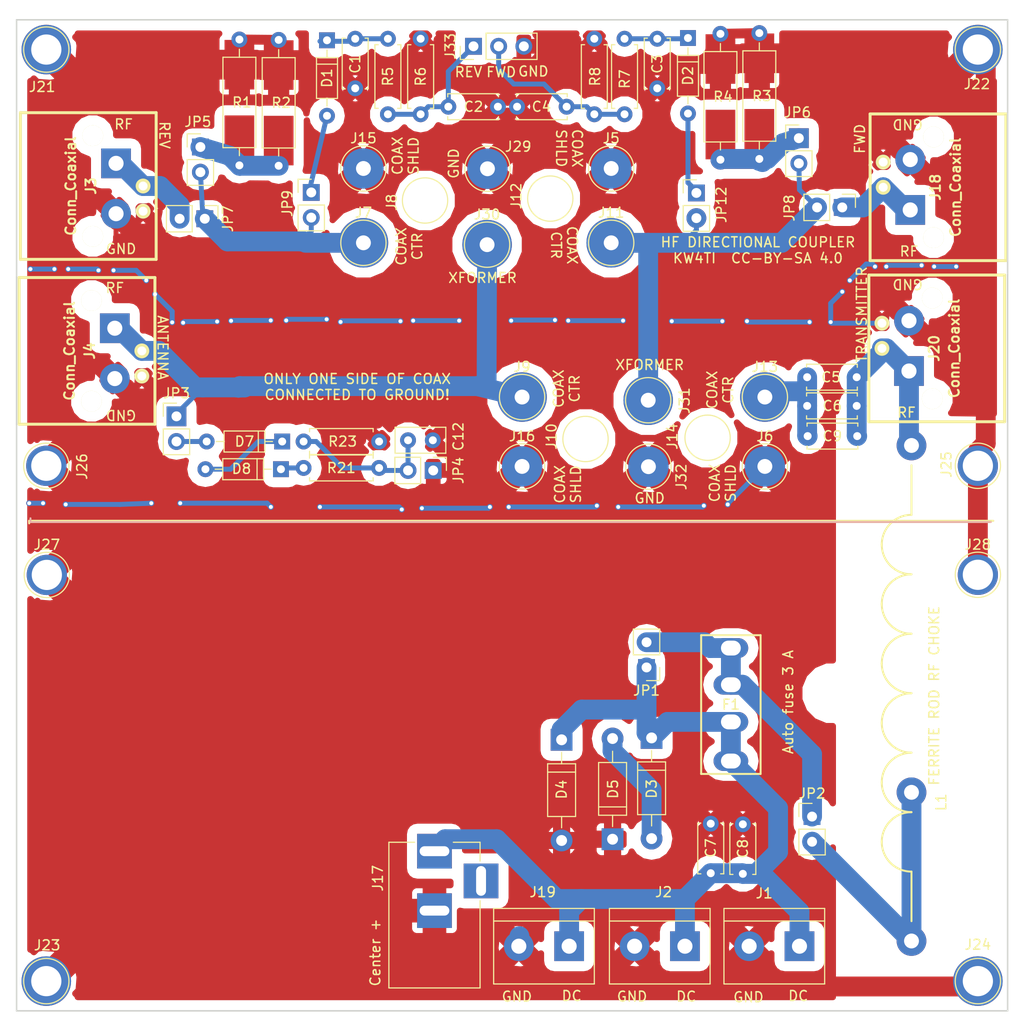
<source format=kicad_pcb>
(kicad_pcb (version 4) (host pcbnew 4.0.7)
  (layers (0 F.Cu signal) (31 B.Cu signal) (34 B.Paste user) (35 F.Paste user) (36 B.SilkS user) (37 F.SilkS user) (38 B.Mask user) (39 F.Mask user) (44 Edge.Cuts user))
  (net 0 "")
  (net 1 GND)
  (net 2 "Net-(J11-Pad1)")
  (net 3 "Net-(C1-Pad1)")
  (net 4 "Net-(C2-Pad1)")
  (net 5 "Net-(C3-Pad1)")
  (net 6 "Net-(C4-Pad1)")
  (net 7 "Net-(D1-Pad2)")
  (net 8 "Net-(D2-Pad2)")
  (net 9 "Net-(C5-Pad1)")
  (net 10 "Net-(C7-Pad1)")
  (net 11 "Net-(D3-Pad2)")
  (net 12 "Net-(C12-Pad1)")
  (net 13 "Net-(D7-Pad2)")
  (net 14 "Net-(D8-Pad1)")
  (net 15 "Net-(D7-Pad1)")
  (net 16 "Net-(JP5-Pad1)")
  (net 17 "Net-(JP6-Pad1)")
  (net 18 "Net-(J3-Pad1)")
  (net 19 "Net-(J30-Pad1)")
  (net 20 "Net-(C5-Pad2)")
  (net 21 "Net-(F1-Pad2)")
  (net 22 "Net-(JP2-Pad2)")
  (net 23 "Net-(J7-Pad1)")
  (net 24 "Net-(J18-Pad1)")
  (module DirectionalCoupler:bnc_90_1-1337543-0_pad_combo (layer F.Cu) (at 40.386 56.769 270)
    (fp_text reference J3 (at 0 -7.112 270) (layer F.SilkS) (effects (font (thickness 0.2))))
    (fp_text value Conn_Coaxial (at 0 -5.08 270) (layer F.SilkS) (effects (font (thickness 0.2))))
    (pad 1 thru_hole circle (at 0 -12.38 270) (size 1.5 1.5) (drill 0.9) (layers *.Cu *.Mask F.SilkS) (net 18 "Net-(J3-Pad1)"))
    (pad 2 thru_hole circle (at 2.54 -12.38 270) (size 1.5 1.5) (drill 0.9) (layers *.Cu *.Mask F.SilkS) (net 1 GND))
    (pad "" np_thru_hole circle (at 5.08 -7.3 270) (size 2.1 2.1) (drill 2.1) (layers *.Cu *.Mask F.SilkS))
    (pad "" np_thru_hole circle (at -5.08 -7.3 270) (size 2.1 2.1) (drill 2.1) (layers *.Cu *.Mask F.SilkS))
    (pad 1 thru_hole rect (at -2.286 -9.652 270) (size 3 3) (drill 1.52) (layers *.Cu *.Mask) (net 18 "Net-(J3-Pad1)"))
    (pad 2 thru_hole circle (at 2.794 -9.652 270) (size 3 3) (drill 1.52) (layers *.Cu *.Mask) (net 1 GND))
  )
  (module Connectors_Terminal_Blocks:TerminalBlock_bornier-2_P5.08mm (layer F.Cu) (at 95.758 133.477 180)
    (fp_text reference J19 (at 2.667 5.461 180) (layer F.SilkS))
    (fp_text value Conn_01x02)
    (pad 1 thru_hole rect (at 0 0 180) (size 3 3) (drill 1.52) (layers *.Cu *.Mask) (net 10 "Net-(C7-Pad1)"))
    (pad 2 thru_hole circle (at 5.08 0 180) (size 3 3) (drill 1.52) (layers *.Cu *.Mask) (net 1 GND))
  )
  (module DirectionalCoupler:R_Axial_DIN0309_L9.0mm_D3.2mm_P12.70mm_Horizontal (layer F.Cu) (at 111.0234 41.4147 270)
    (fp_text reference R4 (at 6.35 -0.254 360) (layer F.SilkS))
    (fp_text value 100R)
    (pad 1 thru_hole circle (at 0 0 270) (size 1.6 1.6) (drill 0.8) (layers *.Cu *.Mask) (net 1 GND))
    (pad 2 thru_hole oval (at 12.7 0 270) (size 1.6 1.6) (drill 0.8) (layers *.Cu *.Mask) (net 17 "Net-(JP6-Pad1)"))
    (pad 1 smd rect (at 2.54 0 270) (size 5 3) (layers F.Cu F.Paste F.Mask) (net 1 GND))
    (pad 2 smd rect (at 10.16 0 270) (size 5 3) (layers F.Cu F.Paste F.Mask) (net 17 "Net-(JP6-Pad1)"))
  )
  (module Connectors:1pin (layer F.Cu) (at 100 55)
    (fp_text reference J5 (at 0 -3.048) (layer F.SilkS))
    (fp_text value Conn_01x01)
    (pad 1 thru_hole circle (at 0 0) (size 4.064 4.064) (drill 1.5) (layers *.Cu *.Mask) (net 1 GND))
  )
  (module Connectors:1pin (layer F.Cu) (at 75 62.5)
    (fp_text reference J7 (at 0 -3.048) (layer F.SilkS))
    (fp_text value Conn_01x01)
    (pad 1 thru_hole circle (at 0 0) (size 5 5) (drill 1.5) (layers *.Cu *.Mask) (net 23 "Net-(J7-Pad1)"))
  )
  (module Connectors:1pin (layer F.Cu) (at 81.2165 58.2295)
    (fp_text reference J8 (at -3.3655 0.1905 90) (layer F.SilkS))
    (fp_text value Conn_01x01)
    (pad "" np_thru_hole circle (at 0 0) (size 4 4) (drill 4) (layers *.Cu *.Mask))
  )
  (module Connectors:1pin (layer F.Cu) (at 91.008 78.064)
    (fp_text reference J9 (at 0 -3.048) (layer F.SilkS))
    (fp_text value Conn_01x01)
    (pad 1 thru_hole circle (at 0 0) (size 5 5) (drill 1.5) (layers *.Cu *.Mask) (net 19 "Net-(J30-Pad1)"))
  )
  (module Connectors:1pin (layer F.Cu) (at 97.409 82.296)
    (fp_text reference J10 (at -3.429 -0.254 90) (layer F.SilkS))
    (fp_text value Conn_01x01)
    (pad "" np_thru_hole circle (at 0 0) (size 4 4) (drill 4) (layers *.Cu *.Mask))
  )
  (module Connectors:1pin (layer F.Cu) (at 100 62.5)
    (fp_text reference J11 (at 0 -3.048) (layer F.SilkS))
    (fp_text value Conn_01x01)
    (pad 1 thru_hole circle (at 0 0) (size 5 5) (drill 1.5) (layers *.Cu *.Mask) (net 2 "Net-(J11-Pad1)"))
  )
  (module Connectors:1pin (layer F.Cu) (at 93.853 58.039)
    (fp_text reference J12 (at -3.429 -0.254 90) (layer F.SilkS))
    (fp_text value Conn_01x01)
    (pad "" np_thru_hole circle (at 0 0) (size 4 4) (drill 4) (layers *.Cu *.Mask))
  )
  (module Connectors:1pin (layer F.Cu) (at 115.508 78.064)
    (fp_text reference J13 (at 0 -3.048) (layer F.SilkS))
    (fp_text value Conn_01x01)
    (pad 1 thru_hole circle (at 0 0) (size 5 5) (drill 1.5) (layers *.Cu *.Mask) (net 9 "Net-(C5-Pad1)"))
  )
  (module Connectors:1pin (layer F.Cu) (at 109.728 82.169)
    (fp_text reference J14 (at -3.556 -0.127 90) (layer F.SilkS))
    (fp_text value Conn_01x01)
    (pad "" np_thru_hole circle (at 0 0) (size 4 4) (drill 4) (layers *.Cu *.Mask))
  )
  (module Connectors:1pin (layer F.Cu) (at 75 55)
    (fp_text reference J15 (at 0 -3.048) (layer F.SilkS))
    (fp_text value Conn_01x01)
    (pad 1 thru_hole circle (at 0 0) (size 4.064 4.064) (drill 1.5) (layers *.Cu *.Mask) (net 1 GND))
  )
  (module Connectors:1pin (layer F.Cu) (at 91.008 85.064)
    (fp_text reference J16 (at 0 -3.048) (layer F.SilkS))
    (fp_text value Conn_01x01)
    (pad 1 thru_hole circle (at 0 0) (size 4.064 4.064) (drill 1.5) (layers *.Cu *.Mask) (net 1 GND))
  )
  (module Connectors:1pin (layer F.Cu) (at 43 43)
    (fp_text reference J21 (at -0.423 3.768) (layer F.SilkS))
    (fp_text value Conn_01x01)
    (pad 1 thru_hole circle (at 0 0) (size 5 5) (drill 3.048) (layers *.Cu *.Mask) (net 1 GND))
  )
  (module Connectors:1pin (layer F.Cu) (at 137 43)
    (fp_text reference J22 (at -0.094 3.482) (layer F.SilkS))
    (fp_text value Conn_01x01)
    (pad 1 thru_hole circle (at 0 0) (size 5 5) (drill 3.048) (layers *.Cu *.Mask) (net 1 GND))
  )
  (module Connectors:1pin (layer F.Cu) (at 43 137)
    (fp_text reference J23 (at 0.085 -3.6185) (layer F.SilkS))
    (fp_text value Conn_01x01)
    (pad 1 thru_hole circle (at 0 0) (size 5 5) (drill 3.048) (layers *.Cu *.Mask) (net 1 GND))
  )
  (module Connectors:1pin (layer F.Cu) (at 137 137)
    (fp_text reference J24 (at 0.001 -3.682) (layer F.SilkS))
    (fp_text value Conn_01x01)
    (pad 1 thru_hole circle (at 0 0) (size 5 5) (drill 3.048) (layers *.Cu *.Mask) (net 1 GND))
  )
  (module Connectors:1pin (layer F.Cu) (at 115.508 85.064)
    (fp_text reference J6 (at 0 -3.048) (layer F.SilkS))
    (fp_text value Conn_01x01)
    (pad 1 thru_hole circle (at 0 0) (size 4.064 4.064) (drill 1.5) (layers *.Cu *.Mask) (net 1 GND))
  )
  (module Connectors:1pin (layer F.Cu) (at 87.5157 55.0291)
    (fp_text reference J29 (at 3.0988 -2.2352) (layer F.SilkS))
    (fp_text value Conn_01x01)
    (pad 1 thru_hole circle (at 0 0) (size 4.064 4.064) (drill 1.5) (layers *.Cu *.Mask) (net 1 GND))
  )
  (module Connectors:1pin (layer F.Cu) (at 87.4776 62.6872)
    (fp_text reference J30 (at 0 -3.048) (layer F.SilkS))
    (fp_text value Conn_01x01)
    (pad 1 thru_hole circle (at 0 0) (size 5 5) (drill 1.5) (layers *.Cu *.Mask) (net 19 "Net-(J30-Pad1)"))
  )
  (module Connectors:1pin (layer F.Cu) (at 103.7336 78.3844)
    (fp_text reference J31 (at 3.66776 0.04318 90) (layer F.SilkS))
    (fp_text value Conn_01x01)
    (pad 1 thru_hole circle (at 0 0) (size 5 5) (drill 1.5) (layers *.Cu *.Mask) (net 2 "Net-(J11-Pad1)"))
  )
  (module Connectors:1pin (layer F.Cu) (at 103.759 85.09)
    (fp_text reference J32 (at 3.32232 1.03124 270) (layer F.SilkS))
    (fp_text value Conn_01x01)
    (pad 1 thru_hole circle (at 0 0) (size 4.064 4.064) (drill 1.5) (layers *.Cu *.Mask) (net 1 GND))
  )
  (module Capacitors_THT:C_Disc_D5.0mm_W2.5mm_P5.00mm (layer F.Cu) (at 74.168 41.91 270)
    (fp_text reference C1 (at 2.54 0 270) (layer F.SilkS))
    (fp_text value "10 nF")
    (pad 1 thru_hole circle (at 0 0 270) (size 1.6 1.6) (drill 0.8) (layers *.Cu *.Mask) (net 3 "Net-(C1-Pad1)"))
    (pad 2 thru_hole circle (at 5 0 270) (size 1.6 1.6) (drill 0.8) (layers *.Cu *.Mask) (net 1 GND))
  )
  (module Capacitors_THT:C_Disc_D5.0mm_W2.5mm_P5.00mm (layer F.Cu) (at 83.566 48.768)
    (fp_text reference C2 (at 2.54 0) (layer F.SilkS))
    (fp_text value "10 nF")
    (pad 1 thru_hole circle (at 0 0) (size 1.6 1.6) (drill 0.8) (layers *.Cu *.Mask) (net 4 "Net-(C2-Pad1)"))
    (pad 2 thru_hole circle (at 5 0) (size 1.6 1.6) (drill 0.8) (layers *.Cu *.Mask) (net 1 GND))
  )
  (module Capacitors_THT:C_Disc_D5.0mm_W2.5mm_P5.00mm (layer F.Cu) (at 104.648 41.91 270)
    (fp_text reference C3 (at 2.54 0 270) (layer F.SilkS))
    (fp_text value "10 nF")
    (pad 1 thru_hole circle (at 0 0 270) (size 1.6 1.6) (drill 0.8) (layers *.Cu *.Mask) (net 5 "Net-(C3-Pad1)"))
    (pad 2 thru_hole circle (at 5 0 270) (size 1.6 1.6) (drill 0.8) (layers *.Cu *.Mask) (net 1 GND))
  )
  (module Capacitors_THT:C_Disc_D5.0mm_W2.5mm_P5.00mm (layer F.Cu) (at 95.504 48.768 180)
    (fp_text reference C4 (at 2.54 0 180) (layer F.SilkS))
    (fp_text value "10 nF")
    (pad 1 thru_hole circle (at 0 0 180) (size 1.6 1.6) (drill 0.8) (layers *.Cu *.Mask) (net 6 "Net-(C4-Pad1)"))
    (pad 2 thru_hole circle (at 5 0 180) (size 1.6 1.6) (drill 0.8) (layers *.Cu *.Mask) (net 1 GND))
  )
  (module Pin_Headers:Pin_Header_Straight_1x03_Pitch2.54mm (layer F.Cu) (at 86.106 42.672 90)
    (fp_text reference J33 (at 0 -2.33 90) (layer F.SilkS))
    (fp_text value Conn_01x03)
    (pad 1 thru_hole rect (at 0 0 90) (size 1.7 1.7) (drill 1) (layers *.Cu *.Mask) (net 4 "Net-(C2-Pad1)"))
    (pad 2 thru_hole oval (at 0 2.54 90) (size 1.7 1.7) (drill 1) (layers *.Cu *.Mask) (net 6 "Net-(C4-Pad1)"))
    (pad 3 thru_hole oval (at 0 5.08 90) (size 1.7 1.7) (drill 1) (layers *.Cu *.Mask) (net 1 GND))
  )
  (module Resistors_THT:R_Axial_DIN0207_L6.3mm_D2.5mm_P7.62mm_Horizontal (layer F.Cu) (at 77.47 49.53 90)
    (fp_text reference R5 (at 3.81 0 90) (layer F.SilkS))
    (fp_text value 10k)
    (pad 1 thru_hole circle (at 0 0 90) (size 1.6 1.6) (drill 0.8) (layers *.Cu *.Mask) (net 4 "Net-(C2-Pad1)"))
    (pad 2 thru_hole oval (at 7.62 0 90) (size 1.6 1.6) (drill 0.8) (layers *.Cu *.Mask) (net 3 "Net-(C1-Pad1)"))
  )
  (module Resistors_THT:R_Axial_DIN0207_L6.3mm_D2.5mm_P7.62mm_Horizontal (layer F.Cu) (at 80.772 41.91 270)
    (fp_text reference R6 (at 3.81 0 270) (layer F.SilkS))
    (fp_text value 10k)
    (pad 1 thru_hole circle (at 0 0 270) (size 1.6 1.6) (drill 0.8) (layers *.Cu *.Mask) (net 1 GND))
    (pad 2 thru_hole oval (at 7.62 0 270) (size 1.6 1.6) (drill 0.8) (layers *.Cu *.Mask) (net 4 "Net-(C2-Pad1)"))
  )
  (module Resistors_THT:R_Axial_DIN0207_L6.3mm_D2.5mm_P7.62mm_Horizontal (layer F.Cu) (at 101.346 49.53 90)
    (fp_text reference R7 (at 3.552 0.02 90) (layer F.SilkS))
    (fp_text value 10k)
    (pad 1 thru_hole circle (at 0 0 90) (size 1.6 1.6) (drill 0.8) (layers *.Cu *.Mask) (net 6 "Net-(C4-Pad1)"))
    (pad 2 thru_hole oval (at 7.62 0 90) (size 1.6 1.6) (drill 0.8) (layers *.Cu *.Mask) (net 5 "Net-(C3-Pad1)"))
  )
  (module Resistors_THT:R_Axial_DIN0207_L6.3mm_D2.5mm_P7.62mm_Horizontal (layer F.Cu) (at 98.298 41.91 270)
    (fp_text reference R8 (at 3.814 -0.076 270) (layer F.SilkS))
    (fp_text value 10k)
    (pad 1 thru_hole circle (at 0 0 270) (size 1.6 1.6) (drill 0.8) (layers *.Cu *.Mask) (net 1 GND))
    (pad 2 thru_hole oval (at 7.62 0 270) (size 1.6 1.6) (drill 0.8) (layers *.Cu *.Mask) (net 6 "Net-(C4-Pad1)"))
  )
  (module Diodes_THT:D_DO-35_SOD27_P7.62mm_Horizontal (layer F.Cu) (at 71.3232 42.0624 270)
    (fp_text reference D1 (at 3.81 0 270) (layer F.SilkS))
    (fp_text value 1N5711)
    (pad 1 thru_hole rect (at 0 0 270) (size 1.6 1.6) (drill 0.8) (layers *.Cu *.Mask) (net 3 "Net-(C1-Pad1)"))
    (pad 2 thru_hole oval (at 7.62 0 270) (size 1.6 1.6) (drill 0.8) (layers *.Cu *.Mask) (net 7 "Net-(D1-Pad2)"))
  )
  (module Diodes_THT:D_DO-35_SOD27_P7.62mm_Horizontal (layer F.Cu) (at 107.7468 41.8338 270)
    (fp_text reference D2 (at 3.81 0 270) (layer F.SilkS))
    (fp_text value 1N5711)
    (pad 1 thru_hole rect (at 0 0 270) (size 1.6 1.6) (drill 0.8) (layers *.Cu *.Mask) (net 5 "Net-(C3-Pad1)"))
    (pad 2 thru_hole oval (at 7.62 0 270) (size 1.6 1.6) (drill 0.8) (layers *.Cu *.Mask) (net 8 "Net-(D2-Pad2)"))
  )
  (module Pin_Headers:Pin_Header_Straight_1x02_Pitch2.54mm (layer F.Cu) (at 58.547 52.832)
    (fp_text reference JP5 (at -0.254 -2.54 180) (layer F.SilkS))
    (fp_text value Jumper_NC_Small)
    (pad 1 thru_hole rect (at 0 0) (size 1.7 1.7) (drill 1) (layers *.Cu *.Mask) (net 16 "Net-(JP5-Pad1)"))
    (pad 2 thru_hole oval (at 0 2.54) (size 1.7 1.7) (drill 1) (layers *.Cu *.Mask) (net 23 "Net-(J7-Pad1)"))
  )
  (module Pin_Headers:Pin_Header_Straight_1x02_Pitch2.54mm (layer F.Cu) (at 118.9355 51.943)
    (fp_text reference JP6 (at -0.127 -2.6035 180) (layer F.SilkS))
    (fp_text value Jumper_NC_Small)
    (pad 1 thru_hole rect (at 0 0) (size 2 2) (drill 1) (layers *.Cu *.Mask) (net 17 "Net-(JP6-Pad1)"))
    (pad 2 thru_hole oval (at 0 2.54) (size 1.7 1.7) (drill 1) (layers *.Cu *.Mask) (net 2 "Net-(J11-Pad1)"))
  )
  (module Pin_Headers:Pin_Header_Straight_1x02_Pitch2.54mm (layer F.Cu) (at 56.134 80.01)
    (fp_text reference JP3 (at 0 -2.33) (layer F.SilkS))
    (fp_text value Jumper_NC_Small)
    (pad 1 thru_hole rect (at 0 0) (size 2 2) (drill 1) (layers *.Cu *.Mask) (net 19 "Net-(J30-Pad1)"))
    (pad 2 thru_hole oval (at 0 2.54) (size 1.7 1.7) (drill 1) (layers *.Cu *.Mask) (net 13 "Net-(D7-Pad2)"))
  )
  (module Pin_Headers:Pin_Header_Straight_1x02_Pitch2.54mm (layer F.Cu) (at 82.042 85.471 270)
    (fp_text reference JP4 (at 0 -2.54 450) (layer F.SilkS))
    (fp_text value Jumper_NC_Small)
    (pad 1 thru_hole rect (at 0 0 270) (size 1.7 1.7) (drill 1) (layers *.Cu *.Mask) (net 1 GND))
    (pad 2 thru_hole oval (at 0 2.54 270) (size 1.7 1.7) (drill 1) (layers *.Cu *.Mask) (net 12 "Net-(C12-Pad1)"))
  )
  (module Resistors_THT:R_Axial_DIN0207_L6.3mm_D2.5mm_P7.62mm_Horizontal (layer F.Cu) (at 76.581 85.217 180)
    (fp_text reference R21 (at 3.81 0 180) (layer F.SilkS))
    (fp_text value 10k)
    (pad 1 thru_hole circle (at 0 0 180) (size 1.6 1.6) (drill 0.8) (layers *.Cu *.Mask) (net 12 "Net-(C12-Pad1)"))
    (pad 2 thru_hole oval (at 7.62 0 180) (size 1.6 1.6) (drill 0.8) (layers *.Cu *.Mask) (net 14 "Net-(D8-Pad1)"))
  )
  (module Diodes_THT:D_DO-35_SOD27_P7.62mm_Horizontal (layer F.Cu) (at 66.802 82.55 180)
    (fp_text reference D7 (at 3.81 0 180) (layer F.SilkS))
    (fp_text value 1N4148)
    (pad 1 thru_hole rect (at 0 0 180) (size 1.6 1.6) (drill 0.8) (layers *.Cu *.Mask) (net 15 "Net-(D7-Pad1)"))
    (pad 2 thru_hole oval (at 7.62 0 180) (size 1.6 1.6) (drill 0.8) (layers *.Cu *.Mask) (net 13 "Net-(D7-Pad2)"))
  )
  (module Diodes_THT:D_DO-35_SOD27_P7.62mm_Horizontal (layer F.Cu) (at 66.675 85.344 180)
    (fp_text reference D8 (at 3.98 0.038999 180) (layer F.SilkS))
    (fp_text value 1N4148)
    (pad 1 thru_hole rect (at 0 0 180) (size 1.6 1.6) (drill 0.8) (layers *.Cu *.Mask) (net 14 "Net-(D8-Pad1)"))
    (pad 2 thru_hole oval (at 7.62 0 180) (size 1.6 1.6) (drill 0.8) (layers *.Cu *.Mask) (net 15 "Net-(D7-Pad1)"))
  )
  (module Capacitors_THT:C_Disc_D5.0mm_W2.5mm_P2.50mm (layer F.Cu) (at 79.502 82.423)
    (fp_text reference C12 (at 5.08 -0.381 90) (layer F.SilkS))
    (fp_text value "10 nF")
    (pad 1 thru_hole circle (at 0 0) (size 1.6 1.6) (drill 0.8) (layers *.Cu *.Mask) (net 12 "Net-(C12-Pad1)"))
    (pad 2 thru_hole circle (at 2.5 0) (size 1.6 1.6) (drill 0.8) (layers *.Cu *.Mask) (net 1 GND))
  )
  (module Resistors_THT:R_Axial_DIN0207_L6.3mm_D2.5mm_P7.62mm_Horizontal (layer F.Cu) (at 76.581 82.55 180)
    (fp_text reference R23 (at 3.683 0 180) (layer F.SilkS))
    (fp_text value 1k)
    (pad 1 thru_hole circle (at 0 0 180) (size 1.6 1.6) (drill 0.8) (layers *.Cu *.Mask) (net 1 GND))
    (pad 2 thru_hole oval (at 7.62 0 180) (size 1.6 1.6) (drill 0.8) (layers *.Cu *.Mask) (net 12 "Net-(C12-Pad1)"))
  )
  (module Pin_Headers:Pin_Header_Straight_1x02_Pitch2.54mm (layer F.Cu) (at 69.7357 57.4167)
    (fp_text reference JP9 (at -2.41554 1.11506 90) (layer F.SilkS))
    (fp_text value Jumper_NC_Small)
    (pad 1 thru_hole rect (at 0 0) (size 1.7 1.7) (drill 1) (layers *.Cu *.Mask) (net 7 "Net-(D1-Pad2)"))
    (pad 2 thru_hole oval (at 0 2.54) (size 1.7 1.7) (drill 1) (layers *.Cu *.Mask) (net 23 "Net-(J7-Pad1)"))
  )
  (module Pin_Headers:Pin_Header_Straight_1x02_Pitch2.54mm (layer F.Cu) (at 108.5977 57.4675)
    (fp_text reference JP12 (at 2.51714 1.19126 90) (layer F.SilkS))
    (fp_text value Jumper_NC_Small)
    (pad 1 thru_hole rect (at 0 0) (size 1.7 1.7) (drill 1) (layers *.Cu *.Mask) (net 8 "Net-(D2-Pad2)"))
    (pad 2 thru_hole oval (at 0 2.54) (size 2 2) (drill 1) (layers *.Cu *.Mask) (net 2 "Net-(J11-Pad1)"))
  )
  (module DirectionalCoupler:R_Axial_DIN0309_L9.0mm_D3.2mm_P12.70mm_Horizontal (layer F.Cu) (at 114.9477 41.3385 270)
    (fp_text reference R3 (at 6.35 -0.254 360) (layer F.SilkS))
    (fp_text value 100R)
    (pad 1 thru_hole circle (at 0 0 270) (size 1.6 1.6) (drill 0.8) (layers *.Cu *.Mask) (net 1 GND))
    (pad 2 thru_hole oval (at 12.7 0 270) (size 1.6 1.6) (drill 0.8) (layers *.Cu *.Mask) (net 17 "Net-(JP6-Pad1)"))
    (pad 1 smd rect (at 2.54 0 270) (size 5 3) (layers F.Cu F.Paste F.Mask) (net 1 GND))
    (pad 2 smd rect (at 10.16 0 270) (size 5 3) (layers F.Cu F.Paste F.Mask) (net 17 "Net-(JP6-Pad1)"))
  )
  (module DirectionalCoupler:R_Axial_DIN0309_L9.0mm_D3.2mm_P12.70mm_Horizontal (layer F.Cu) (at 66.4464 42.0243 270)
    (fp_text reference R2 (at 6.35 -0.254 360) (layer F.SilkS))
    (fp_text value 100R)
    (pad 1 thru_hole circle (at 0 0 270) (size 1.6 1.6) (drill 0.8) (layers *.Cu *.Mask) (net 1 GND))
    (pad 2 thru_hole oval (at 12.7 0 270) (size 1.6 1.6) (drill 0.8) (layers *.Cu *.Mask) (net 16 "Net-(JP5-Pad1)"))
    (pad 1 smd rect (at 2.54 0 270) (size 5 3) (layers F.Cu F.Paste F.Mask) (net 1 GND))
    (pad 2 smd rect (at 10.16 0 270) (size 5 3) (layers F.Cu F.Paste F.Mask) (net 16 "Net-(JP5-Pad1)"))
  )
  (module DirectionalCoupler:R_Axial_DIN0309_L9.0mm_D3.2mm_P12.70mm_Horizontal (layer F.Cu) (at 62.484 41.9862 270)
    (fp_text reference R1 (at 6.35 -0.254 360) (layer F.SilkS))
    (fp_text value 100R)
    (pad 1 thru_hole circle (at 0 0 270) (size 1.6 1.6) (drill 0.8) (layers *.Cu *.Mask) (net 1 GND))
    (pad 2 thru_hole oval (at 12.7 0 270) (size 1.6 1.6) (drill 0.8) (layers *.Cu *.Mask) (net 16 "Net-(JP5-Pad1)"))
    (pad 1 smd rect (at 2.54 0 270) (size 5 3) (layers F.Cu F.Paste F.Mask) (net 1 GND))
    (pad 2 smd rect (at 10.16 0 270) (size 5 3) (layers F.Cu F.Paste F.Mask) (net 16 "Net-(JP5-Pad1)"))
  )
  (module Connectors_Terminal_Blocks:TerminalBlock_bornier-2_P5.08mm (layer F.Cu) (at 118.999 133.477 180)
    (fp_text reference J1 (at 3.556 5.334 180) (layer F.SilkS))
    (fp_text value Conn_01x02)
    (pad 1 thru_hole rect (at 0 0 180) (size 3 3) (drill 1.52) (layers *.Cu *.Mask) (net 10 "Net-(C7-Pad1)"))
    (pad 2 thru_hole circle (at 5.08 0 180) (size 3 3) (drill 1.52) (layers *.Cu *.Mask) (net 1 GND))
  )
  (module Capacitors_THT:C_Disc_D5.0mm_W2.5mm_P5.00mm (layer F.Cu) (at 119.7737 76.0603)
    (fp_text reference C5 (at 2.413 0) (layer F.SilkS))
    (fp_text value "10 nF")
    (pad 1 thru_hole circle (at 0 0) (size 1.6 1.6) (drill 0.8) (layers *.Cu *.Mask) (net 9 "Net-(C5-Pad1)"))
    (pad 2 thru_hole circle (at 5 0) (size 1.6 1.6) (drill 0.8) (layers *.Cu *.Mask) (net 20 "Net-(C5-Pad2)"))
  )
  (module Capacitors_THT:C_Disc_D5.0mm_W2.5mm_P5.00mm (layer F.Cu) (at 119.7737 78.9559)
    (fp_text reference C6 (at 2.54 0) (layer F.SilkS))
    (fp_text value "10 nF")
    (pad 1 thru_hole circle (at 0 0) (size 1.6 1.6) (drill 0.8) (layers *.Cu *.Mask) (net 9 "Net-(C5-Pad1)"))
    (pad 2 thru_hole circle (at 5 0) (size 1.6 1.6) (drill 0.8) (layers *.Cu *.Mask) (net 20 "Net-(C5-Pad2)"))
  )
  (module Capacitors_THT:C_Disc_D5.0mm_W2.5mm_P5.00mm (layer F.Cu) (at 110.0455 126.111 90)
    (fp_text reference C7 (at 2.54 0 90) (layer F.SilkS))
    (fp_text value "10 nF")
    (pad 1 thru_hole circle (at 0 0 90) (size 1.6 1.6) (drill 0.8) (layers *.Cu *.Mask) (net 10 "Net-(C7-Pad1)"))
    (pad 2 thru_hole circle (at 5 0 90) (size 1.6 1.6) (drill 0.8) (layers *.Cu *.Mask) (net 1 GND))
  )
  (module Capacitors_THT:C_Disc_D5.0mm_W2.5mm_P5.00mm (layer F.Cu) (at 113.284 126.1745 90)
    (fp_text reference C8 (at 2.54 0 90) (layer F.SilkS))
    (fp_text value "10 nF")
    (pad 1 thru_hole circle (at 0 0 90) (size 1.6 1.6) (drill 0.8) (layers *.Cu *.Mask) (net 10 "Net-(C7-Pad1)"))
    (pad 2 thru_hole circle (at 5 0 90) (size 1.6 1.6) (drill 0.8) (layers *.Cu *.Mask) (net 1 GND))
  )
  (module Connectors_Terminal_Blocks:TerminalBlock_bornier-2_P5.08mm (layer F.Cu) (at 107.442 133.477 180)
    (fp_text reference J2 (at 2.159 5.461 180) (layer F.SilkS))
    (fp_text value Conn_01x02)
    (pad 1 thru_hole rect (at 0 0 180) (size 3 3) (drill 1.52) (layers *.Cu *.Mask) (net 10 "Net-(C7-Pad1)"))
    (pad 2 thru_hole circle (at 5.08 0 180) (size 3 3) (drill 1.52) (layers *.Cu *.Mask) (net 1 GND))
  )
  (module Pin_Headers:Pin_Header_Straight_1x02_Pitch2.54mm (layer F.Cu) (at 103.5685 105.3465 180)
    (fp_text reference JP1 (at 0 -2.33 180) (layer F.SilkS))
    (fp_text value Jumper_NC_Small)
    (pad 1 thru_hole rect (at 0 0 180) (size 1.7 1.7) (drill 1) (layers *.Cu *.Mask) (net 10 "Net-(C7-Pad1)"))
    (pad 2 thru_hole oval (at 0 2.54 180) (size 1.7 1.7) (drill 1) (layers *.Cu *.Mask) (net 21 "Net-(F1-Pad2)"))
  )
  (module Diodes_THT:D_DO-41_SOD81_P10.16mm_Horizontal (layer F.Cu) (at 104.0765 112.4585 270)
    (fp_text reference D3 (at 5.1435 0 270) (layer F.SilkS))
    (fp_text value D_Zener)
    (pad 1 thru_hole rect (at 0 0 270) (size 2.2 2.2) (drill 1.1) (layers *.Cu *.Mask) (net 10 "Net-(C7-Pad1)"))
    (pad 2 thru_hole oval (at 10.16 0 270) (size 2.2 2.2) (drill 1.1) (layers *.Cu *.Mask) (net 11 "Net-(D3-Pad2)"))
  )
  (module Diodes_THT:D_DO-41_SOD81_P10.16mm_Horizontal (layer F.Cu) (at 94.996 112.649 270)
    (fp_text reference D4 (at 5.0165 0 270) (layer F.SilkS))
    (fp_text value 1N4004)
    (pad 1 thru_hole rect (at 0 0 270) (size 2.2 2.2) (drill 1.1) (layers *.Cu *.Mask) (net 10 "Net-(C7-Pad1)"))
    (pad 2 thru_hole oval (at 10.16 0 270) (size 2.2 2.2) (drill 1.1) (layers *.Cu *.Mask) (net 1 GND))
  )
  (module Diodes_THT:D_DO-41_SOD81_P10.16mm_Horizontal (layer F.Cu) (at 100.1395 122.682 90)
    (fp_text reference D5 (at 5.0595 0.038999 90) (layer F.SilkS))
    (fp_text value 1N4004)
    (pad 1 thru_hole rect (at 0 0 90) (size 2.2 2.2) (drill 1.1) (layers *.Cu *.Mask) (net 1 GND))
    (pad 2 thru_hole oval (at 10.16 0 90) (size 2.2 2.2) (drill 1.1) (layers *.Cu *.Mask) (net 11 "Net-(D3-Pad2)"))
  )
  (module DirectionalCoupler:SL506Pfuseholder (layer F.Cu) (at 112.0775 109.093 270)
    (fp_text reference F1 (at 0 0 360) (layer F.SilkS))
    (fp_text value "Keystone 3544-2 / SL-506P")
    (pad 1 thru_hole oval (at 1.75 0 270) (size 2 3.5) (drill oval 1.5 2) (layers *.Cu *.Mask) (net 10 "Net-(C7-Pad1)"))
    (pad 1 thru_hole oval (at 5.7 0 270) (size 2 3.5) (drill oval 1.5 2) (layers *.Cu *.Mask) (net 10 "Net-(C7-Pad1)"))
    (pad 2 thru_hole oval (at -2 0 270) (size 2 3.5) (drill oval 1.5 2) (layers *.Cu *.Mask) (net 21 "Net-(F1-Pad2)"))
    (pad 2 thru_hole oval (at -5.7 0 270) (size 2 3.5) (drill oval 1.5 2) (layers *.Cu *.Mask) (net 21 "Net-(F1-Pad2)"))
  )
  (module Connectors:BARREL_JACK (layer F.Cu) (at 82.169 123.8885 90)
    (fp_text reference J17 (at -2.7305 -5.715 270) (layer F.SilkS))
    (fp_text value Barrel_Jack)
    (pad 1 thru_hole rect (at 0 0 90) (size 3.5 3.5) (drill oval 1 3) (layers *.Cu *.Mask) (net 10 "Net-(C7-Pad1)"))
    (pad 2 thru_hole rect (at -6 0 90) (size 3.5 3.5) (drill oval 1 3) (layers *.Cu *.Mask) (net 1 GND))
    (pad 3 thru_hole rect (at -3 4.7 90) (size 3.5 3.5) (drill oval 3 1) (layers *.Cu *.Mask))
  )
  (module Pin_Headers:Pin_Header_Straight_1x02_Pitch2.54mm (layer F.Cu) (at 120.269 120.396)
    (fp_text reference JP2 (at 0 -2.33) (layer F.SilkS))
    (fp_text value Jumper_NC_Small)
    (pad 1 thru_hole rect (at 0 0) (size 1.7 1.7) (drill 1) (layers *.Cu *.Mask) (net 21 "Net-(F1-Pad2)"))
    (pad 2 thru_hole oval (at 0 2.54) (size 1.7 1.7) (drill 1) (layers *.Cu *.Mask) (net 22 "Net-(JP2-Pad2)"))
  )
  (module DirectionalCoupler:BigRFChokeInductor (layer F.Cu) (at 130.302 107.95 90)
    (fp_text reference L1 (at -11 3 90) (layer F.SilkS))
    (fp_text value L)
    (pad 1 thru_hole circle (at -10 0 90) (size 3 3) (drill 1.5) (layers *.Cu *.Mask) (net 22 "Net-(JP2-Pad2)"))
    (pad 1 thru_hole circle (at -25 0 90) (size 3 3) (drill 1.5) (layers *.Cu *.Mask) (net 22 "Net-(JP2-Pad2)"))
    (pad 2 thru_hole circle (at 25 0 90) (size 3 3) (drill 1.5) (layers *.Cu *.Mask) (net 20 "Net-(C5-Pad2)"))
    (pad "" np_thru_hole circle (at 0 -8 90) (size 4 4) (drill 4) (layers *.Cu *.Mask))
    (pad "" np_thru_hole circle (at 0 6 90) (size 4 4) (drill 4) (layers *.Cu *.Mask))
  )
  (module DirectionalCoupler:bnc_90_1-1337543-0_pad_combo (layer F.Cu) (at 40.259 73.406 270)
    (fp_text reference J4 (at 0 -7.112 270) (layer F.SilkS) (effects (font (thickness 0.2))))
    (fp_text value Conn_Coaxial (at 0 -5.08 270) (layer F.SilkS) (effects (font (thickness 0.2))))
    (pad 1 thru_hole circle (at 0 -12.38 270) (size 1.5 1.5) (drill 0.9) (layers *.Cu *.Mask F.SilkS) (net 19 "Net-(J30-Pad1)"))
    (pad 2 thru_hole circle (at 2.54 -12.38 270) (size 1.5 1.5) (drill 0.9) (layers *.Cu *.Mask F.SilkS) (net 1 GND))
    (pad "" np_thru_hole circle (at 5.08 -7.3 270) (size 2.1 2.1) (drill 2.1) (layers *.Cu *.Mask F.SilkS))
    (pad "" np_thru_hole circle (at -5.08 -7.3 270) (size 2.1 2.1) (drill 2.1) (layers *.Cu *.Mask F.SilkS))
    (pad 1 thru_hole rect (at -2.286 -9.652 270) (size 3 3) (drill 1.52) (layers *.Cu *.Mask) (net 19 "Net-(J30-Pad1)"))
    (pad 2 thru_hole circle (at 2.794 -9.652 270) (size 3 3) (drill 1.52) (layers *.Cu *.Mask) (net 1 GND))
  )
  (module DirectionalCoupler:bnc_90_1-1337543-0_pad_combo (layer F.Cu) (at 139.827 56.896 90)
    (fp_text reference J18 (at 0 -7.112 90) (layer F.SilkS) (effects (font (thickness 0.2))))
    (fp_text value Conn_Coaxial (at 0 -5.08 90) (layer F.SilkS) (effects (font (thickness 0.2))))
    (pad 1 thru_hole circle (at 0 -12.38 90) (size 1.5 1.5) (drill 0.9) (layers *.Cu *.Mask F.SilkS) (net 24 "Net-(J18-Pad1)"))
    (pad 2 thru_hole circle (at 2.54 -12.38 90) (size 1.5 1.5) (drill 0.9) (layers *.Cu *.Mask F.SilkS) (net 1 GND))
    (pad "" np_thru_hole circle (at 5.08 -7.3 90) (size 2.1 2.1) (drill 2.1) (layers *.Cu *.Mask F.SilkS))
    (pad "" np_thru_hole circle (at -5.08 -7.3 90) (size 2.1 2.1) (drill 2.1) (layers *.Cu *.Mask F.SilkS))
    (pad 1 thru_hole rect (at -2.286 -9.652 90) (size 3 3) (drill 1.52) (layers *.Cu *.Mask) (net 24 "Net-(J18-Pad1)"))
    (pad 2 thru_hole circle (at 2.794 -9.652 90) (size 3 3) (drill 1.52) (layers *.Cu *.Mask) (net 1 GND))
  )
  (module DirectionalCoupler:bnc_90_1-1337543-0_pad_combo (layer F.Cu) (at 139.7 73.152 90)
    (fp_text reference J20 (at 0 -7.112 90) (layer F.SilkS) (effects (font (thickness 0.2))))
    (fp_text value Conn_Coaxial (at 0 -5.08 90) (layer F.SilkS) (effects (font (thickness 0.2))))
    (pad 1 thru_hole circle (at 0 -12.38 90) (size 1.5 1.5) (drill 0.9) (layers *.Cu *.Mask F.SilkS) (net 20 "Net-(C5-Pad2)"))
    (pad 2 thru_hole circle (at 2.54 -12.38 90) (size 1.5 1.5) (drill 0.9) (layers *.Cu *.Mask F.SilkS) (net 1 GND))
    (pad "" np_thru_hole circle (at 5.08 -7.3 90) (size 2.1 2.1) (drill 2.1) (layers *.Cu *.Mask F.SilkS))
    (pad "" np_thru_hole circle (at -5.08 -7.3 90) (size 2.1 2.1) (drill 2.1) (layers *.Cu *.Mask F.SilkS))
    (pad 1 thru_hole rect (at -2.286 -9.652 90) (size 3 3) (drill 1.52) (layers *.Cu *.Mask) (net 20 "Net-(C5-Pad2)"))
    (pad 2 thru_hole circle (at 2.794 -9.652 90) (size 3 3) (drill 1.52) (layers *.Cu *.Mask) (net 1 GND))
  )
  (module Connectors:1pin (layer F.Cu) (at 137 85)
    (fp_text reference J25 (at -3.175 -0.127 90) (layer F.SilkS))
    (fp_text value Conn_01x01)
    (pad 1 thru_hole circle (at 0 0) (size 4.064 4.064) (drill 3.048) (layers *.Cu *.Mask) (net 1 GND))
  )
  (module Connectors:1pin (layer F.Cu) (at 43 85)
    (fp_text reference J26 (at 3.609 0.074 90) (layer F.SilkS))
    (fp_text value Conn_01x01)
    (pad 1 thru_hole circle (at 0 0) (size 4.064 4.064) (drill 3.048) (layers *.Cu *.Mask) (net 1 GND))
  )
  (module Connectors:1pin (layer F.Cu) (at 43.053 96.012)
    (fp_text reference J27 (at 0 -3.048) (layer F.SilkS))
    (fp_text value Conn_01x01)
    (pad 1 thru_hole circle (at 0 0) (size 4.064 4.064) (drill 3.048) (layers *.Cu *.Mask) (net 1 GND))
  )
  (module Connectors:1pin (layer F.Cu) (at 137 96)
    (fp_text reference J28 (at 0 -3.048) (layer F.SilkS))
    (fp_text value Conn_01x01)
    (pad 1 thru_hole circle (at 0 0) (size 4.064 4.064) (drill 3.048) (layers *.Cu *.Mask) (net 1 GND))
  )
  (module Pin_Headers:Pin_Header_Straight_1x02_Pitch2.54mm (layer F.Cu) (at 58.9915 60.071 270)
    (fp_text reference JP7 (at 0 -2.33 270) (layer F.SilkS))
    (fp_text value Jumper_NC_Small)
    (pad 1 thru_hole rect (at 0 0 270) (size 1.7 1.7) (drill 1) (layers *.Cu *.Mask) (net 23 "Net-(J7-Pad1)"))
    (pad 2 thru_hole oval (at 0 2.54 270) (size 1.7 1.7) (drill 1) (layers *.Cu *.Mask) (net 18 "Net-(J3-Pad1)"))
  )
  (module Pin_Headers:Pin_Header_Straight_1x02_Pitch2.54mm (layer F.Cu) (at 123.317 58.928 270)
    (fp_text reference JP8 (at 0.0635 5.334 270) (layer F.SilkS))
    (fp_text value Jumper_NC_Small)
    (pad 1 thru_hole rect (at 0 0 270) (size 1.7 1.7) (drill 1) (layers *.Cu *.Mask) (net 24 "Net-(J18-Pad1)"))
    (pad 2 thru_hole oval (at 0 2.54 270) (size 1.7 1.7) (drill 1) (layers *.Cu *.Mask) (net 2 "Net-(J11-Pad1)"))
  )
  (module Capacitors_THT:C_Disc_D5.0mm_W2.5mm_P5.00mm (layer F.Cu) (at 119.8245 82.0039)
    (fp_text reference C9 (at 2.4941 0.000899) (layer F.SilkS))
    (fp_text value "10 nF")
    (pad 1 thru_hole circle (at 0 0) (size 1.6 1.6) (drill 0.8) (layers *.Cu *.Mask) (net 9 "Net-(C5-Pad1)"))
    (pad 2 thru_hole circle (at 5 0) (size 1.6 1.6) (drill 0.8) (layers *.Cu *.Mask) (net 20 "Net-(C5-Pad2)"))
  )
  (gr_text REV (at 54.9275 51.6255 270) (layer F.SilkS) (effects (font (size 1 1))))
  (gr_text FWD (at 125.095 52.0065 90) (layer F.SilkS) (effects (font (size 1 1))))
  (gr_text ANTENNA (at 54.737 73.0885 270) (layer F.SilkS) (effects (font (size 1 1))))
  (gr_text TRANSMITTER (at 125.2855 69.723 90) (layer F.SilkS) (effects (font (size 1 1))))
  (gr_line (start 41.402 90.678) (end 41.402 90.297) (angle 90) (layer B.SilkS) (width 0.2))
  (gr_line (start 138.303 90.678) (end 41.402 90.678) (angle 90) (layer B.SilkS) (width 0.2))
  (gr_line (start 41.275 90.551) (end 41.275 90.805) (angle 90) (layer F.SilkS) (width 0.2))
  (gr_line (start 138.557 90.551) (end 41.275 90.551) (angle 90) (layer F.SilkS) (width 0.2))
  (gr_text DC (at 96.012 138.4935) (layer F.SilkS) (effects (font (size 1 1))))
  (gr_text GND (at 90.4875 138.557) (layer F.SilkS) (effects (font (size 1 1))))
  (gr_text "Center +" (at 76.2 134.112 90) (layer F.SilkS) (effects (font (size 1 1))))
  (gr_text "Auto fuse 3 A" (at 117.856 108.839 90) (layer F.SilkS) (effects (font (size 1 1))))
  (gr_text GND (at 113.8555 138.6205) (layer F.SilkS) (effects (font (size 1 1))))
  (gr_text DC (at 107.569 138.557) (layer F.SilkS) (effects (font (size 1 1))))
  (gr_text GND (at 102.108 138.557) (layer F.SilkS) (effects (font (size 1 1))))
  (gr_text "FERRITE ROD RF CHOKE" (at 132.588 108.204 90) (layer F.SilkS) (effects (font (size 1 1))))
  (gr_text DC (at 118.872 138.4935) (layer F.SilkS) (effects (font (size 1 1))))
  (gr_text REV (at 85.598 45.2755) (layer F.SilkS) (effects (font (size 1 1))))
  (gr_text FWD (at 88.9 45.2755) (layer F.SilkS) (effects (font (size 1 1))))
  (gr_text GND (at 92.14612 45.20692) (layer F.SilkS) (effects (font (size 1 1))))
  (gr_text "HF DIRECTIONAL COUPLER\nKW4TI  CC-BY-SA 4.0" (at 114.808 63.246) (layer F.SilkS) (effects (font (size 1 1))))
  (gr_text GND (at 50.546 63.119) (layer F.SilkS) (effects (font (size 1 1))))
  (gr_text GND (at 50.546 79.883 180) (layer F.SilkS) (effects (font (size 1 1))))
  (gr_text GND (at 129.921 66.675 180) (layer F.SilkS) (effects (font (size 1 1))))
  (gr_text GND (at 129.921 50.546 180) (layer F.SilkS) (effects (font (size 1 1))))
  (gr_text RF (at 130.048 63.373) (layer F.SilkS) (effects (font (size 1 1))))
  (gr_text RF (at 129.794 79.629) (layer F.SilkS) (effects (font (size 1 1))))
  (gr_text RF (at 49.911 67.056) (layer F.SilkS) (effects (font (size 1 1))))
  (gr_text RF (at 50.8 50.546) (layer F.SilkS) (effects (font (size 1 1))))
  (gr_text "ONLY ONE SIDE OF COAX\nCONNECTED TO GROUND!" (at 74.3712 77.0382) (layer F.SilkS) (effects (font (size 1 1))))
  (gr_text XFORMER (at 87.0204 66.04) (layer F.SilkS) (effects (font (size 1 1))))
  (gr_text "COAX\nSHLD" (at 111.252 86.741 90) (layer F.SilkS) (effects (font (size 1 1))))
  (gr_text "COAX\nCTR" (at 110.998 77.343 90) (layer F.SilkS) (effects (font (size 1 1))))
  (gr_text "COAX\nSHLD" (at 95.631 86.868 90) (layer F.SilkS) (effects (font (size 1 1))))
  (gr_text "COAX\nCTR" (at 95.504 77.216 90) (layer F.SilkS) (effects (font (size 1 1))))
  (gr_text "COAX\nCTR" (at 95.25 62.738 270) (layer F.SilkS) (effects (font (size 1 1))))
  (gr_text "COAX\nSHLD" (at 95.758 52.959 270) (layer F.SilkS) (effects (font (size 1 1))))
  (gr_text "COAX\nSHLD" (at 79.248 53.721 90) (layer F.SilkS) (effects (font (size 1 1))))
  (gr_text "COAX\nCTR" (at 79.629 62.865 90) (layer F.SilkS) (effects (font (size 1 1))))
  (gr_text XFORMER (at 103.886 74.8284) (layer F.SilkS) (effects (font (size 1 1))))
  (gr_text GND (at 84.1121 54.4957 90) (layer F.SilkS) (effects (font (size 1 1))))
  (gr_text GND (at 103.886 88.265) (layer F.SilkS) (effects (font (size 1 1))))
  (gr_line (start 40 140) (end 40 40) (angle 90) (layer Edge.Cuts) (width 0.15))
  (gr_line (start 140 140) (end 40 140) (angle 90) (layer Edge.Cuts) (width 0.15))
  (gr_line (start 140 40) (end 140 140) (angle 90) (layer Edge.Cuts) (width 0.15))
  (gr_line (start 40 40) (end 140 40) (angle 90) (layer Edge.Cuts) (width 0.15))
  (segment (start 111.76 88.9) (end 111.76 88.812) (width 0.5) (layer B.Cu) (net 1))
  (segment (start 111.76 88.812) (end 115.508 85.064) (width 0.5) (layer B.Cu) (net 1))
  (segment (start 137 96) (end 137 95.283) (width 2) (layer F.Cu) (net 1))
  (segment (start 137 95.283) (end 137 85) (width 2) (layer F.Cu) (net 1))
  (segment (start 137 85) (end 137 83.5355) (width 2) (layer F.Cu) (net 1))
  (segment (start 137 83.5355) (end 137.795 82.7405) (width 2) (layer F.Cu) (net 1))
  (segment (start 137.795 82.7405) (end 137.795 43.795) (width 2) (layer F.Cu) (net 1))
  (segment (start 137.795 43.795) (end 137 43) (width 2) (layer F.Cu) (net 1))
  (segment (start 113.919 133.477) (end 113.919 136.5885) (width 2) (layer F.Cu) (net 1))
  (segment (start 114.8715 137.541) (end 136.459 137.541) (width 2) (layer F.Cu) (net 1))
  (segment (start 113.919 136.5885) (end 114.8715 137.541) (width 2) (layer F.Cu) (net 1))
  (segment (start 136.459 137.541) (end 137 137) (width 2) (layer F.Cu) (net 1))
  (segment (start 49.784 65.278) (end 49.784 64.77) (width 0.5) (layer F.Cu) (net 1))
  (segment (start 50.038 64.516) (end 50.038 59.563) (width 0.5) (layer F.Cu) (net 1))
  (segment (start 49.784 64.77) (end 50.038 64.516) (width 0.5) (layer F.Cu) (net 1))
  (segment (start 55.7022 70.5231) (end 55.7022 69.4182) (width 0.5) (layer B.Cu) (net 1))
  (via (at 55.7022 70.5231) (size 0.6) (drill 0.4) (layers F.Cu B.Cu) (net 1))
  (segment (start 55.7022 70.5231) (end 55.7403 70.5612) (width 0.5) (layer F.Cu) (net 1))
  (segment (start 55.7403 70.5612) (end 56.8071 70.5612) (width 0.5) (layer F.Cu) (net 1))
  (via (at 56.8071 70.5612) (size 0.6) (drill 0.4) (layers F.Cu B.Cu) (net 1))
  (segment (start 56.8071 70.5612) (end 56.9214 70.4469) (width 0.5) (layer B.Cu) (net 1))
  (segment (start 56.9214 70.4469) (end 60.2361 70.4469) (width 0.5) (layer B.Cu) (net 1))
  (via (at 60.2361 70.4469) (size 0.6) (drill 0.4) (layers F.Cu B.Cu) (net 1))
  (segment (start 60.2361 70.4469) (end 60.3123 70.3707) (width 0.5) (layer F.Cu) (net 1))
  (segment (start 60.3123 70.3707) (end 61.6458 70.3707) (width 0.5) (layer F.Cu) (net 1))
  (via (at 61.6458 70.3707) (size 0.6) (drill 0.4) (layers F.Cu B.Cu) (net 1))
  (segment (start 61.6458 70.3707) (end 61.6839 70.3326) (width 0.5) (layer B.Cu) (net 1))
  (segment (start 61.6839 70.3326) (end 65.6463 70.3326) (width 0.5) (layer B.Cu) (net 1))
  (via (at 65.6463 70.3326) (size 0.6) (drill 0.4) (layers F.Cu B.Cu) (net 1))
  (segment (start 65.6463 70.3326) (end 67.2084 70.3326) (width 0.5) (layer F.Cu) (net 1))
  (via (at 67.2084 70.3326) (size 0.6) (drill 0.4) (layers F.Cu B.Cu) (net 1))
  (segment (start 67.2084 70.3326) (end 67.3227 70.2183) (width 0.5) (layer B.Cu) (net 1))
  (segment (start 67.3227 70.2183) (end 71.2851 70.2183) (width 0.5) (layer B.Cu) (net 1))
  (via (at 71.2851 70.2183) (size 0.6) (drill 0.4) (layers F.Cu B.Cu) (net 1))
  (segment (start 71.2851 70.2183) (end 71.5518 70.485) (width 0.5) (layer F.Cu) (net 1))
  (segment (start 71.5518 70.485) (end 72.6948 70.485) (width 0.5) (layer F.Cu) (net 1))
  (via (at 72.6948 70.485) (size 0.6) (drill 0.4) (layers F.Cu B.Cu) (net 1))
  (segment (start 72.6948 70.485) (end 72.8091 70.3707) (width 0.5) (layer B.Cu) (net 1))
  (segment (start 72.8091 70.3707) (end 78.69682 70.3707) (width 0.5) (layer B.Cu) (net 1))
  (segment (start 78.69682 70.3707) (end 78.73492 70.4088) (width 0.5) (layer B.Cu) (net 1))
  (via (at 78.73492 70.4088) (size 0.6) (drill 0.4) (layers F.Cu B.Cu) (net 1))
  (segment (start 78.73492 70.4088) (end 78.7908 70.35292) (width 0.5) (layer F.Cu) (net 1))
  (segment (start 78.7908 70.35292) (end 80.02016 70.35292) (width 0.5) (layer F.Cu) (net 1))
  (via (at 80.02016 70.35292) (size 0.6) (drill 0.4) (layers F.Cu B.Cu) (net 1))
  (segment (start 80.02016 70.35292) (end 84.6582 70.35292) (width 0.5) (layer B.Cu) (net 1))
  (via (at 84.6582 70.35292) (size 0.6) (drill 0.4) (layers F.Cu B.Cu) (net 1))
  (segment (start 84.6582 70.35292) (end 89.91092 70.35292) (width 0.5) (layer F.Cu) (net 1))
  (via (at 89.91092 70.35292) (size 0.6) (drill 0.4) (layers F.Cu B.Cu) (net 1))
  (segment (start 89.91092 70.35292) (end 89.9668 70.29704) (width 0.5) (layer B.Cu) (net 1))
  (segment (start 89.9668 70.29704) (end 94.32544 70.29704) (width 0.5) (layer B.Cu) (net 1))
  (via (at 94.32544 70.29704) (size 0.6) (drill 0.4) (layers F.Cu B.Cu) (net 1))
  (segment (start 94.32544 70.29704) (end 94.38132 70.35292) (width 0.5) (layer F.Cu) (net 1))
  (segment (start 94.38132 70.35292) (end 95.66656 70.35292) (width 0.5) (layer F.Cu) (net 1))
  (via (at 95.66656 70.35292) (size 0.6) (drill 0.4) (layers F.Cu B.Cu) (net 1))
  (segment (start 95.66656 70.35292) (end 101.19868 70.35292) (width 0.5) (layer B.Cu) (net 1))
  (via (at 101.19868 70.35292) (size 0.6) (drill 0.4) (layers F.Cu B.Cu) (net 1))
  (segment (start 101.19868 70.35292) (end 101.25456 70.4088) (width 0.5) (layer F.Cu) (net 1))
  (segment (start 101.25456 70.4088) (end 106.11612 70.4088) (width 0.5) (layer F.Cu) (net 1))
  (via (at 106.11612 70.4088) (size 0.6) (drill 0.4) (layers F.Cu B.Cu) (net 1))
  (segment (start 106.11612 70.4088) (end 111.2139 70.4088) (width 0.5) (layer B.Cu) (net 1))
  (via (at 111.2139 70.4088) (size 0.6) (drill 0.4) (layers F.Cu B.Cu) (net 1))
  (segment (start 111.2139 70.4088) (end 113.7031 70.4088) (width 0.5) (layer F.Cu) (net 1))
  (via (at 113.7031 70.4088) (size 0.6) (drill 0.4) (layers F.Cu B.Cu) (net 1))
  (segment (start 113.7031 70.4088) (end 113.792 70.4977) (width 0.5) (layer B.Cu) (net 1))
  (segment (start 113.792 70.4977) (end 120.015 70.4977) (width 0.5) (layer B.Cu) (net 1))
  (via (at 120.015 70.4977) (size 0.6) (drill 0.4) (layers F.Cu B.Cu) (net 1))
  (segment (start 122.1486 70.4977) (end 120.015 70.4977) (width 0.5) (layer F.Cu) (net 1))
  (via (at 122.1486 70.4977) (size 0.6) (drill 0.4) (layers F.Cu B.Cu) (net 1))
  (via (at 41.402 65.151) (size 0.6) (drill 0.4) (layers F.Cu B.Cu) (net 1))
  (segment (start 43.815 65.151) (end 41.402 65.151) (width 0.5) (layer B.Cu) (net 1))
  (via (at 43.815 65.151) (size 0.6) (drill 0.4) (layers F.Cu B.Cu) (net 1))
  (segment (start 45.212 65.151) (end 43.815 65.151) (width 0.5) (layer F.Cu) (net 1))
  (via (at 45.212 65.151) (size 0.6) (drill 0.4) (layers F.Cu B.Cu) (net 1))
  (segment (start 48.133 65.151) (end 45.212 65.151) (width 0.5) (layer B.Cu) (net 1))
  (segment (start 48.26 65.278) (end 48.133 65.151) (width 0.5) (layer B.Cu) (net 1))
  (via (at 48.26 65.278) (size 0.6) (drill 0.4) (layers F.Cu B.Cu) (net 1))
  (segment (start 49.784 65.278) (end 48.26 65.278) (width 0.5) (layer F.Cu) (net 1))
  (via (at 49.784 65.278) (size 0.6) (drill 0.4) (layers F.Cu B.Cu) (net 1))
  (segment (start 52.07 65.278) (end 49.784 65.278) (width 0.5) (layer B.Cu) (net 1))
  (segment (start 53.086 66.294) (end 52.07 65.278) (width 0.5) (layer B.Cu) (net 1))
  (via (at 53.086 66.294) (size 0.6) (drill 0.4) (layers F.Cu B.Cu) (net 1))
  (segment (start 53.086 66.802) (end 53.086 66.294) (width 0.5) (layer F.Cu) (net 1))
  (segment (start 53.975 67.691) (end 53.086 66.802) (width 0.5) (layer F.Cu) (net 1))
  (via (at 53.975 67.691) (size 0.6) (drill 0.4) (layers F.Cu B.Cu) (net 1))
  (segment (start 55.7022 69.4182) (end 53.975 67.691) (width 0.5) (layer B.Cu) (net 1))
  (segment (start 122.1486 70.4977) (end 122.1486 68.6054) (width 0.5) (layer B.Cu) (net 1))
  (via (at 134.8105 64.897) (size 0.6) (drill 0.4) (layers F.Cu B.Cu) (net 1))
  (segment (start 132.588 64.897) (end 134.8105 64.897) (width 0.5) (layer B.Cu) (net 1))
  (via (at 132.588 64.897) (size 0.6) (drill 0.4) (layers F.Cu B.Cu) (net 1))
  (segment (start 131.445 64.897) (end 132.588 64.897) (width 0.5) (layer F.Cu) (net 1))
  (segment (start 131.318 64.77) (end 131.445 64.897) (width 0.5) (layer F.Cu) (net 1))
  (via (at 131.318 64.77) (size 0.6) (drill 0.4) (layers F.Cu B.Cu) (net 1))
  (segment (start 127.889 64.77) (end 131.318 64.77) (width 0.5) (layer B.Cu) (net 1))
  (segment (start 127.762 64.897) (end 127.889 64.77) (width 0.5) (layer B.Cu) (net 1))
  (via (at 127.762 64.897) (size 0.6) (drill 0.4) (layers F.Cu B.Cu) (net 1))
  (segment (start 126.619 64.897) (end 127.762 64.897) (width 0.5) (layer F.Cu) (net 1))
  (via (at 126.619 64.897) (size 0.6) (drill 0.4) (layers F.Cu B.Cu) (net 1))
  (segment (start 126.365 64.643) (end 126.619 64.897) (width 0.5) (layer B.Cu) (net 1))
  (segment (start 125.73 64.643) (end 126.365 64.643) (width 0.5) (layer B.Cu) (net 1))
  (segment (start 124.079 66.294) (end 125.73 64.643) (width 0.5) (layer B.Cu) (net 1))
  (via (at 124.079 66.294) (size 0.6) (drill 0.4) (layers F.Cu B.Cu) (net 1))
  (segment (start 124.079 66.675) (end 124.079 66.294) (width 0.5) (layer F.Cu) (net 1))
  (segment (start 123.317 67.437) (end 124.079 66.675) (width 0.5) (layer F.Cu) (net 1))
  (via (at 123.317 67.437) (size 0.6) (drill 0.4) (layers F.Cu B.Cu) (net 1))
  (segment (start 122.1486 68.6054) (end 123.317 67.437) (width 0.5) (layer B.Cu) (net 1))
  (via (at 41.275 88.773) (size 0.6) (drill 0.4) (layers F.Cu B.Cu) (net 1))
  (segment (start 42.672 88.773) (end 41.275 88.773) (width 0.5) (layer B.Cu) (net 1))
  (via (at 42.672 88.773) (size 0.6) (drill 0.4) (layers F.Cu B.Cu) (net 1))
  (segment (start 44.958 88.9) (end 42.672 88.773) (width 0.5) (layer F.Cu) (net 1))
  (via (at 44.958 88.9) (size 0.6) (drill 0.4) (layers F.Cu B.Cu) (net 1))
  (segment (start 50.419 88.9) (end 44.958 88.9) (width 0.5) (layer B.Cu) (net 1))
  (segment (start 53.594 88.773) (end 50.419 88.9) (width 0.5) (layer B.Cu) (net 1))
  (via (at 53.594 88.773) (size 0.6) (drill 0.4) (layers F.Cu B.Cu) (net 1))
  (segment (start 56.515 88.773) (end 53.594 88.773) (width 0.5) (layer F.Cu) (net 1))
  (via (at 56.515 88.773) (size 0.6) (drill 0.4) (layers F.Cu B.Cu) (net 1))
  (segment (start 65.278 88.773) (end 56.515 88.773) (width 0.5) (layer B.Cu) (net 1))
  (segment (start 65.659 89.154) (end 65.278 88.773) (width 0.5) (layer B.Cu) (net 1))
  (via (at 65.659 89.154) (size 0.6) (drill 0.4) (layers F.Cu B.Cu) (net 1))
  (segment (start 70.612 89.154) (end 65.659 89.154) (width 0.5) (layer F.Cu) (net 1))
  (via (at 70.612 89.154) (size 0.6) (drill 0.4) (layers F.Cu B.Cu) (net 1))
  (segment (start 78.613 89.154) (end 70.612 89.154) (width 0.5) (layer B.Cu) (net 1))
  (segment (start 78.867 89.408) (end 78.613 89.154) (width 0.5) (layer B.Cu) (net 1))
  (via (at 78.867 89.408) (size 0.6) (drill 0.4) (layers F.Cu B.Cu) (net 1))
  (segment (start 80.772 89.408) (end 78.867 89.408) (width 0.5) (layer F.Cu) (net 1))
  (segment (start 80.899 89.281) (end 80.772 89.408) (width 0.5) (layer F.Cu) (net 1))
  (via (at 80.899 89.281) (size 0.6) (drill 0.4) (layers F.Cu B.Cu) (net 1))
  (segment (start 87.63 89.281) (end 80.899 89.281) (width 0.5) (layer B.Cu) (net 1))
  (segment (start 87.757 89.154) (end 87.63 89.281) (width 0.5) (layer B.Cu) (net 1))
  (via (at 87.757 89.154) (size 0.6) (drill 0.4) (layers F.Cu B.Cu) (net 1))
  (segment (start 89.662 89.154) (end 87.757 89.154) (width 0.5) (layer F.Cu) (net 1))
  (via (at 89.662 89.154) (size 0.6) (drill 0.4) (layers F.Cu B.Cu) (net 1))
  (segment (start 98.425 89.154) (end 89.662 89.154) (width 0.5) (layer B.Cu) (net 1))
  (segment (start 98.552 89.027) (end 98.425 89.154) (width 0.5) (layer B.Cu) (net 1))
  (via (at 98.552 89.027) (size 0.6) (drill 0.4) (layers F.Cu B.Cu) (net 1))
  (segment (start 100.584 89.027) (end 98.552 89.027) (width 0.5) (layer F.Cu) (net 1))
  (segment (start 100.711 89.154) (end 100.584 89.027) (width 0.5) (layer F.Cu) (net 1))
  (via (at 100.711 89.154) (size 0.6) (drill 0.4) (layers F.Cu B.Cu) (net 1))
  (segment (start 109.22 89.154) (end 100.711 89.154) (width 0.5) (layer B.Cu) (net 1))
  (segment (start 109.347 89.027) (end 109.22 89.154) (width 0.5) (layer B.Cu) (net 1))
  (via (at 109.347 89.027) (size 0.6) (drill 0.4) (layers F.Cu B.Cu) (net 1))
  (segment (start 111.633 89.027) (end 109.347 89.027) (width 0.5) (layer F.Cu) (net 1))
  (segment (start 111.76 88.9) (end 111.633 89.027) (width 0.5) (layer F.Cu) (net 1))
  (via (at 111.76 88.9) (size 0.6) (drill 0.4) (layers F.Cu B.Cu) (net 1))
  (segment (start 62.484 41.9862) (end 66.4464 42.0243) (width 1) (layer F.Cu) (net 1))
  (segment (start 66.4464 42.0243) (end 66.4464 44.5643) (width 1) (layer F.Cu) (net 1))
  (segment (start 62.484 41.9862) (end 62.484 44.5262) (width 1) (layer F.Cu) (net 1))
  (segment (start 111.0234 41.4147) (end 114.9477 41.3385) (width 1) (layer F.Cu) (net 1))
  (segment (start 114.9477 41.3385) (end 114.9477 43.8785) (width 1) (layer F.Cu) (net 1))
  (segment (start 111.0234 41.4147) (end 111.0234 43.9547) (width 1) (layer F.Cu) (net 1))
  (segment (start 122.2629 70.612) (end 127.32 70.612) (width 0.5) (layer B.Cu) (net 1))
  (segment (start 122.1486 70.4977) (end 122.2629 70.612) (width 0.5) (layer B.Cu) (net 1))
  (segment (start 90.7415 133.5405) (end 90.7415 132.461) (width 2) (layer B.Cu) (net 1))
  (segment (start 108.5977 60.0075) (end 108.5977 61.2267) (width 0.5) (layer B.Cu) (net 2))
  (segment (start 108.5977 61.2267) (end 107.3244 62.5) (width 0.5) (layer B.Cu) (net 2))
  (segment (start 118.9355 54.483) (end 118.999 57.15) (width 0.5) (layer B.Cu) (net 2))
  (segment (start 118.999 57.15) (end 120.777 58.928) (width 0.5) (layer B.Cu) (net 2))
  (segment (start 110.4265 62.5) (end 117.205 62.5) (width 2) (layer B.Cu) (net 2))
  (segment (start 117.205 62.5) (end 120.777 58.928) (width 2) (layer B.Cu) (net 2))
  (segment (start 103.7336 62.5) (end 103.7336 78.3844) (width 2) (layer B.Cu) (net 2))
  (segment (start 103.4796 78.1304) (end 103.7336 78.3844) (width 2) (layer B.Cu) (net 2))
  (segment (start 103.7336 62.5) (end 100 62.5) (width 2) (layer B.Cu) (net 2))
  (segment (start 110.4265 62.5) (end 107.3244 62.5) (width 2) (layer B.Cu) (net 2))
  (segment (start 107.3244 62.5) (end 103.7336 62.5) (width 2) (layer B.Cu) (net 2))
  (segment (start 77.47 41.91) (end 74.168 41.91) (width 0.5) (layer B.Cu) (net 3))
  (segment (start 70.612 42.164) (end 73.914 42.164) (width 0.5) (layer B.Cu) (net 3))
  (segment (start 73.914 42.164) (end 74.168 41.91) (width 0.5) (layer B.Cu) (net 3))
  (segment (start 83.566 48.768) (end 83.566 45.212) (width 0.5) (layer B.Cu) (net 4))
  (segment (start 83.566 45.212) (end 86.106 42.672) (width 0.5) (layer B.Cu) (net 4))
  (segment (start 83.566 48.768) (end 81.534 48.768) (width 0.5) (layer B.Cu) (net 4))
  (segment (start 81.534 48.768) (end 80.772 49.53) (width 0.5) (layer B.Cu) (net 4))
  (segment (start 80.772 49.53) (end 77.47 49.53) (width 0.5) (layer B.Cu) (net 4))
  (segment (start 107.442 41.91) (end 104.648 41.91) (width 0.5) (layer B.Cu) (net 5))
  (segment (start 104.648 41.91) (end 101.346 41.91) (width 0.5) (layer B.Cu) (net 5))
  (segment (start 88.646 42.672) (end 88.646 44.958) (width 0.5) (layer B.Cu) (net 6))
  (segment (start 93.218 46.482) (end 95.504 48.768) (width 0.5) (layer B.Cu) (net 6))
  (segment (start 90.17 46.482) (end 93.218 46.482) (width 0.5) (layer B.Cu) (net 6))
  (segment (start 88.646 44.958) (end 90.17 46.482) (width 0.5) (layer B.Cu) (net 6))
  (segment (start 95.504 48.768) (end 97.536 48.768) (width 0.5) (layer B.Cu) (net 6))
  (segment (start 97.536 48.768) (end 98.298 49.53) (width 0.5) (layer B.Cu) (net 6))
  (segment (start 101.346 49.53) (end 98.298 49.53) (width 0.5) (layer B.Cu) (net 6))
  (segment (start 71.3232 49.6824) (end 69.54266 57.22366) (width 0.5) (layer B.Cu) (net 7))
  (segment (start 69.54266 57.22366) (end 69.7357 57.4167) (width 0.5) (layer B.Cu) (net 7))
  (segment (start 107.7468 49.4538) (end 107.7468 56.4261) (width 0.5) (layer B.Cu) (net 8))
  (segment (start 107.7468 56.4261) (end 108.48594 57.16524) (width 0.5) (layer B.Cu) (net 8))
  (segment (start 108.48594 57.16524) (end 108.5977 57.4675) (width 0.5) (layer B.Cu) (net 8))
  (segment (start 107.96016 49.66716) (end 107.7468 49.4538) (width 0.5) (layer B.Cu) (net 8))
  (segment (start 119.7737 78.9559) (end 119.7737 81.9531) (width 2) (layer B.Cu) (net 9))
  (segment (start 119.7737 81.9531) (end 119.8245 82.0039) (width 2) (layer B.Cu) (net 9))
  (segment (start 119.7737 77.4827) (end 116.0893 77.4827) (width 2) (layer B.Cu) (net 9))
  (segment (start 116.0893 77.4827) (end 115.508 78.064) (width 2) (layer B.Cu) (net 9))
  (segment (start 119.7737 76.0603) (end 119.7737 77.4827) (width 2) (layer B.Cu) (net 9))
  (segment (start 119.7737 77.4827) (end 119.7737 78.9559) (width 2) (layer B.Cu) (net 9))
  (segment (start 94.996 112.649) (end 94.996 111.633) (width 2) (layer B.Cu) (net 10))
  (segment (start 94.996 111.633) (end 97.028 109.601) (width 2) (layer B.Cu) (net 10))
  (segment (start 97.028 109.601) (end 103.5685 109.601) (width 2) (layer B.Cu) (net 10))
  (segment (start 95.758 133.477) (end 95.758 129.921) (width 2) (layer B.Cu) (net 10))
  (segment (start 95.758 129.921) (end 96.9645 128.7145) (width 2) (layer B.Cu) (net 10))
  (segment (start 82.169 123.8885) (end 82.169 123.7615) (width 2) (layer B.Cu) (net 10))
  (segment (start 82.169 123.7615) (end 83.2485 122.682) (width 2) (layer B.Cu) (net 10))
  (segment (start 83.2485 122.682) (end 88.4555 122.682) (width 2) (layer B.Cu) (net 10))
  (segment (start 88.4555 122.682) (end 94.488 128.7145) (width 2) (layer B.Cu) (net 10))
  (segment (start 94.488 128.7145) (end 96.9645 128.7145) (width 2) (layer B.Cu) (net 10))
  (segment (start 96.9645 128.7145) (end 107.442 128.7145) (width 2) (layer B.Cu) (net 10))
  (segment (start 82.169 123.8885) (end 82.55 123.8885) (width 2) (layer B.Cu) (net 10))
  (segment (start 113.284 126.1745) (end 115.1745 126.1745) (width 2) (layer B.Cu) (net 10))
  (segment (start 118.999 129.999) (end 118.999 133.477) (width 2) (layer B.Cu) (net 10))
  (segment (start 115.1745 126.1745) (end 118.999 129.999) (width 2) (layer B.Cu) (net 10))
  (segment (start 113.284 126.1745) (end 114.6175 126.1745) (width 2) (layer B.Cu) (net 10))
  (segment (start 114.6175 126.1745) (end 116.84 123.952) (width 2) (layer B.Cu) (net 10))
  (segment (start 116.84 123.952) (end 116.84 119.5555) (width 2) (layer B.Cu) (net 10))
  (segment (start 105.692 110.843) (end 104.0765 112.4585) (width 2) (layer B.Cu) (net 10))
  (segment (start 103.5685 105.3465) (end 103.5685 109.601) (width 2) (layer B.Cu) (net 10))
  (segment (start 103.5685 109.601) (end 103.5685 111.9505) (width 2) (layer B.Cu) (net 10))
  (segment (start 103.5685 111.9505) (end 104.0765 112.4585) (width 2) (layer B.Cu) (net 10))
  (segment (start 110.0455 126.111) (end 113.2205 126.111) (width 2) (layer B.Cu) (net 10))
  (segment (start 113.2205 126.111) (end 113.284 126.1745) (width 2) (layer B.Cu) (net 10))
  (segment (start 107.442 133.477) (end 107.442 128.7145) (width 2) (layer B.Cu) (net 10))
  (segment (start 107.442 128.7145) (end 110.0455 126.111) (width 2) (layer B.Cu) (net 10))
  (segment (start 112.0775 110.843) (end 112.0775 114.793) (width 2) (layer B.Cu) (net 10))
  (segment (start 116.84 119.5555) (end 112.0775 114.793) (width 2) (layer B.Cu) (net 10))
  (segment (start 112.0775 110.843) (end 105.692 110.843) (width 2) (layer B.Cu) (net 10))
  (segment (start 100.1395 112.522) (end 100.1395 113.792) (width 2) (layer B.Cu) (net 11))
  (segment (start 104.0765 117.729) (end 104.0765 122.6185) (width 2) (layer B.Cu) (net 11))
  (segment (start 100.1395 113.792) (end 104.0765 117.729) (width 2) (layer B.Cu) (net 11))
  (segment (start 79.502 85.471) (end 76.835 85.471) (width 0.5) (layer B.Cu) (net 12))
  (segment (start 76.835 85.471) (end 76.581 85.217) (width 0.5) (layer B.Cu) (net 12))
  (segment (start 79.502 82.423) (end 79.502 85.471) (width 0.5) (layer B.Cu) (net 12))
  (segment (start 68.961 82.55) (end 70.231 82.55) (width 0.5) (layer B.Cu) (net 12))
  (segment (start 70.231 82.55) (end 72.898 85.217) (width 0.5) (layer B.Cu) (net 12))
  (segment (start 72.898 85.217) (end 76.581 85.217) (width 0.5) (layer B.Cu) (net 12))
  (segment (start 59.182 82.55) (end 56.134 82.55) (width 0.5) (layer B.Cu) (net 13))
  (segment (start 68.961 85.217) (end 66.802 85.217) (width 0.5) (layer B.Cu) (net 14))
  (segment (start 66.802 85.217) (end 66.675 85.344) (width 0.5) (layer B.Cu) (net 14))
  (segment (start 66.802 82.55) (end 64.389 82.55) (width 0.5) (layer B.Cu) (net 15))
  (segment (start 64.389 82.55) (end 61.595 85.344) (width 0.5) (layer B.Cu) (net 15))
  (segment (start 61.595 85.344) (end 59.055 85.344) (width 0.5) (layer B.Cu) (net 15))
  (segment (start 58.547 52.832) (end 61.5188 53.721) (width 2) (layer B.Cu) (net 16))
  (segment (start 61.5188 53.721) (end 62.484 54.6862) (width 2) (layer B.Cu) (net 16))
  (segment (start 62.1538 54.356) (end 62.5221 54.7243) (width 2) (layer B.Cu) (net 16))
  (segment (start 62.5221 54.7243) (end 62.484 54.6862) (width 2) (layer B.Cu) (net 16))
  (segment (start 66.4464 54.7243) (end 62.5221 54.7243) (width 2) (layer B.Cu) (net 16))
  (segment (start 62.5221 54.7243) (end 62.484 54.6862) (width 2) (layer B.Cu) (net 16))
  (segment (start 62.484 54.6862) (end 62.484 52.1462) (width 1) (layer F.Cu) (net 16))
  (segment (start 66.4464 54.7243) (end 66.4464 52.1843) (width 1) (layer F.Cu) (net 16))
  (segment (start 66.4464 54.7243) (end 62.484 54.6862) (width 1) (layer F.Cu) (net 16))
  (segment (start 114.9477 54.0385) (end 115.7605 54.0385) (width 2) (layer B.Cu) (net 17))
  (segment (start 117.348 52.451) (end 118.9355 51.943) (width 2) (layer B.Cu) (net 17))
  (segment (start 115.7605 54.0385) (end 117.348 52.451) (width 2) (layer B.Cu) (net 17))
  (segment (start 115.2652 54.356) (end 114.9477 54.0385) (width 2) (layer B.Cu) (net 17))
  (segment (start 114.9477 54.0385) (end 114.9477 54.2417) (width 2) (layer B.Cu) (net 17))
  (segment (start 114.9477 54.0385) (end 111.0996 54.0385) (width 2) (layer F.Cu) (net 17))
  (segment (start 111.0996 54.0385) (end 111.0234 54.1147) (width 2) (layer F.Cu) (net 17))
  (segment (start 114.9477 54.0385) (end 111.0996 54.0385) (width 2) (layer B.Cu) (net 17))
  (segment (start 111.0996 54.0385) (end 111.0234 54.1147) (width 2) (layer B.Cu) (net 17))
  (segment (start 111.0234 54.1147) (end 114.9477 54.0385) (width 1) (layer F.Cu) (net 17))
  (segment (start 114.9477 54.0385) (end 114.9477 51.4985) (width 1) (layer F.Cu) (net 17))
  (segment (start 111.0234 54.1147) (end 111.0234 51.5747) (width 1) (layer F.Cu) (net 17))
  (segment (start 52.766 56.769) (end 54.483 56.769) (width 2) (layer B.Cu) (net 18))
  (segment (start 56.4515 58.7375) (end 56.4515 60.071) (width 2) (layer B.Cu) (net 18))
  (segment (start 54.483 56.769) (end 56.4515 58.7375) (width 2) (layer B.Cu) (net 18))
  (segment (start 50.038 54.483) (end 50.48 54.483) (width 2) (layer B.Cu) (net 18))
  (segment (start 50.48 54.483) (end 52.766 56.769) (width 2) (layer B.Cu) (net 18))
  (segment (start 49.911 71.12) (end 50.353 71.12) (width 2) (layer B.Cu) (net 19))
  (segment (start 50.353 71.12) (end 52.639 73.406) (width 2) (layer B.Cu) (net 19))
  (segment (start 56.134 80.01) (end 56.134 79.756) (width 0.5) (layer B.Cu) (net 19))
  (segment (start 56.134 79.756) (end 58.801 77.089) (width 0.5) (layer B.Cu) (net 19))
  (segment (start 62.357 77.089) (end 62.9158 77.089) (width 0.5) (layer B.Cu) (net 19))
  (segment (start 62.9158 77.089) (end 63.0174 77.1906) (width 0.5) (layer B.Cu) (net 19))
  (segment (start 63.0174 77.1906) (end 63.0174 77.089) (width 0.5) (layer B.Cu) (net 19))
  (segment (start 62.357 77.089) (end 63.0174 77.089) (width 2) (layer B.Cu) (net 19))
  (segment (start 63.0174 77.089) (end 58.801 77.089) (width 2) (layer B.Cu) (net 19))
  (segment (start 58.801 77.089) (end 58.039 77.089) (width 2) (layer B.Cu) (net 19))
  (segment (start 58.039 77.089) (end 54.356 73.406) (width 2) (layer B.Cu) (net 19))
  (segment (start 52.639 73.406) (end 54.356 73.406) (width 2) (layer B.Cu) (net 19))
  (segment (start 62.357 77.089) (end 62.391598 77.123598) (width 2) (layer B.Cu) (net 19))
  (segment (start 87.4776 62.6872) (end 87.4268 77.0128) (width 2) (layer B.Cu) (net 19))
  (segment (start 87.4268 77.0128) (end 86.5026 76.962) (width 2) (layer B.Cu) (net 19))
  (segment (start 62.391598 77.123598) (end 62.525 76.962) (width 2) (layer B.Cu) (net 19))
  (segment (start 86.5026 76.962) (end 62.525 76.962) (width 2) (layer B.Cu) (net 19))
  (segment (start 91.008 78.064) (end 86.5026 76.962) (width 2) (layer B.Cu) (net 19))
  (segment (start 124.7737 78.9559) (end 124.7737 81.9531) (width 2) (layer B.Cu) (net 20))
  (segment (start 124.7737 81.9531) (end 124.8245 82.0039) (width 2) (layer B.Cu) (net 20))
  (segment (start 124.7737 76.0603) (end 124.7737 78.9559) (width 2) (layer B.Cu) (net 20))
  (segment (start 127.32 73.152) (end 127.32 73.514) (width 2) (layer B.Cu) (net 20))
  (segment (start 127.32 73.514) (end 124.7737 76.0603) (width 2) (layer B.Cu) (net 20))
  (segment (start 127.32 73.152) (end 127.762 73.152) (width 2) (layer B.Cu) (net 20))
  (segment (start 127.762 73.152) (end 130.048 75.438) (width 2) (layer B.Cu) (net 20))
  (segment (start 130.048 75.438) (end 130.048 82.696) (width 2) (layer B.Cu) (net 20))
  (segment (start 130.048 82.696) (end 130.302 82.95) (width 2) (layer B.Cu) (net 20))
  (segment (start 130.302 82.95) (end 130.302 82.296) (width 2) (layer B.Cu) (net 20))
  (segment (start 112.0775 107.093) (end 113.2525 107.093) (width 2) (layer B.Cu) (net 21))
  (segment (start 113.2525 107.093) (end 120.269 114.1095) (width 2) (layer B.Cu) (net 21))
  (segment (start 120.269 114.1095) (end 120.269 120.396) (width 2) (layer B.Cu) (net 21))
  (segment (start 112.0775 103.393) (end 109.997 103.393) (width 2) (layer B.Cu) (net 21))
  (segment (start 109.997 103.393) (end 109.4105 102.8065) (width 2) (layer B.Cu) (net 21))
  (segment (start 112.0775 107.093) (end 112.0775 103.393) (width 2) (layer B.Cu) (net 21))
  (segment (start 109.4105 102.8065) (end 103.5685 102.8065) (width 2) (layer B.Cu) (net 21))
  (segment (start 130.302 117.95) (end 130.302 132.95) (width 2) (layer B.Cu) (net 22))
  (segment (start 120.269 122.936) (end 120.288 122.936) (width 2) (layer B.Cu) (net 22))
  (segment (start 120.288 122.936) (end 130.302 132.95) (width 2) (layer B.Cu) (net 22))
  (segment (start 69.7357 59.9567) (end 69.7357 61.3283) (width 0.5) (layer B.Cu) (net 23))
  (segment (start 69.7357 61.3283) (end 68.70827 62.35573) (width 0.5) (layer B.Cu) (net 23))
  (segment (start 58.547 55.372) (end 58.801 59.8805) (width 0.5) (layer B.Cu) (net 23))
  (segment (start 58.801 59.8805) (end 58.9915 60.071) (width 0.5) (layer B.Cu) (net 23))
  (segment (start 69.02577 62.35573) (end 68.70827 62.35573) (width 2) (layer B.Cu) (net 23))
  (segment (start 68.70827 62.35573) (end 61.27623 62.35573) (width 2) (layer B.Cu) (net 23))
  (segment (start 61.27623 62.35573) (end 58.9915 60.071) (width 2) (layer B.Cu) (net 23))
  (segment (start 69.02577 62.35573) (end 69.17004 62.5) (width 0.5) (layer B.Cu) (net 23))
  (segment (start 75 62.5) (end 69.17004 62.5) (width 2) (layer B.Cu) (net 23))
  (segment (start 123.317 58.928) (end 125.415 58.928) (width 2) (layer B.Cu) (net 24))
  (segment (start 125.415 58.928) (end 127.447 56.896) (width 2) (layer B.Cu) (net 24))
  (segment (start 130.175 59.182) (end 129.733 59.182) (width 2) (layer B.Cu) (net 24))
  (segment (start 129.733 59.182) (end 127.447 56.896) (width 2) (layer B.Cu) (net 24))
  (segment (start 127.447 56.896) (end 127.447 56.957) (width 2) (layer B.Cu) (net 24))
  (zone (net 1) (net_name GND) (layer F.Cu) (connect_pads (clearance 1)) (min_thickness 0.635) (fill yes (arc_segments 16) (thermal_gap 0.508) (thermal_bridge_width 3))
    (polygon (pts (xy 40.3225 40.386) (xy 139.6365 40.386) (xy 139.6365 80.0735) (xy 122.682 79.8195) (xy 122.682 139.319) (xy 40.259 139.573) (xy 40.259 40.132) (xy 40.4495 40.132)))
  )
)
</source>
